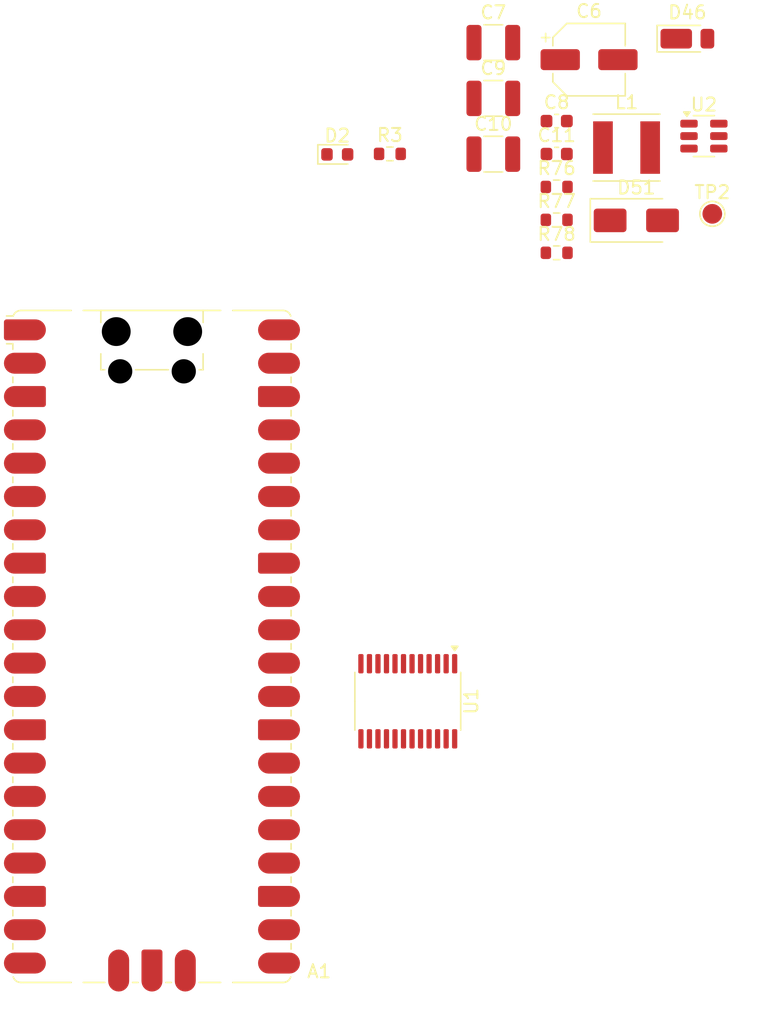
<source format=kicad_pcb>
(kicad_pcb (version 20241229) (generator "pcbnew") (generator_version "9.0")
  (layers (0 "F.Cu" signal) (2 "B.Cu" signal) (13 "F.Paste" user) (15 "B.Paste" user) (5 "F.SilkS" user "F.Silkscreen") (7 "B.SilkS" user "B.Silkscreen") (1 "F.Mask" user) (3 "B.Mask" user) (25 "Edge.Cuts" user))
  (net 0 "")
  (net 4 "GND")
  (net 6 "+3.3V")
  (net 22 "Net-(A1-GPIO20)")
  (net 28 "Net-(A1-GPIO22)")
  (net 32 "Net-(A1-GPIO21)")
  (net 36 "/power supply/+VIN_PROTECTED")
  (net 37 "/power supply/SW")
  (net 38 "Net-(U2-CB)")
  (net 39 "Net-(D2-A)")
  (net 40 "Net-(U2-~{SHDN})")
  (net 41 "Net-(U2-FB)")
  (footprint "TestPoint:TestPoint_Pad_D1.5mm" (layer "F.Cu") (at 138.415 57.235)
    (property "Reference" "TP2" (at 0 -1.648 0) (layer "F.SilkS"))
    (property "Value" "TestPoint")
    (fp_circle (center 0 0) (end 0 0.95) (stroke (width 0.12)) (fill no) (layer "F.SilkS"))
    (pad "1" smd circle (at 0 0) (size 1.5 1.5) (layers "F.Cu" "F.Mask") (net 6 "+3.3V"))
  )
  (footprint "Resistor_SMD:R_0603_1608Metric" (layer "F.Cu") (at 126.545 55.185)
    (property "Reference" "R76" (at 0 -1.43 0) (layer "F.SilkS"))
    (property "Value" "100K")
    (fp_line (start -0.237258 -0.5225) (end 0.237258 -0.5225) (stroke (width 0.12)) (layer "F.SilkS"))
    (fp_line (start -0.237258 0.5225) (end 0.237258 0.5225) (stroke (width 0.12)) (layer "F.SilkS"))
    (pad "1" smd roundrect (at -0.825 0) (size 0.8 0.95) (layers "F.Cu" "F.Mask" "F.Paste") (net 40 "Net-(U2-~{SHDN})"))
    (pad "2" smd roundrect (at 0.825 0) (size 0.8 0.95) (layers "F.Cu" "F.Mask" "F.Paste") (net 36 "/power supply/+VIN_PROTECTED"))
  )
  (footprint "Inductor_SMD:L_Taiyo-Yuden_NR-50xx" (layer "F.Cu") (at 131.875 52.185)
    (property "Reference" "L1" (at 0 -3.45 0) (layer "F.SilkS"))
    (property "Value" "22uH")
    (fp_line (start -2.55 -2.55) (end 2.55 -2.55) (stroke (width 0.12)) (layer "F.SilkS"))
    (fp_line (start -2.55 2.55) (end 2.55 2.55) (stroke (width 0.12)) (layer "F.SilkS"))
    (pad "1" smd rect (at -1.8 0) (size 1.5 4) (layers "F.Cu" "F.Mask" "F.Paste") (net 37 "/power supply/SW"))
    (pad "2" smd rect (at 1.8 0) (size 1.5 4) (layers "F.Cu" "F.Mask" "F.Paste") (net 6 "+3.3V"))
  )
  (footprint "Package_SO:TSSOP-24_4.4x7.8mm_P0.65mm" (layer "F.Cu") (at 115.19 94.3875 -90)
    (property "Reference" "U1" (at 0 -4.85 90) (layer "F.SilkS"))
    (property "Value" "PCA9555PW")
    (fp_line (start 0 4.035) (end -2.2 4.035) (stroke (width 0.12)) (layer "F.SilkS"))
    (fp_line (start 0 4.035) (end 2.2 4.035) (stroke (width 0.12)) (layer "F.SilkS"))
    (fp_line (start 0 -4.035) (end -2.2 -4.035) (stroke (width 0.12)) (layer "F.SilkS"))
    (fp_line (start 0 -4.035) (end 2.2 -4.035) (stroke (width 0.12)) (layer "F.SilkS"))
    (fp_poly (pts (xy -3.86 -3.575) (xy -4.19 -3.815) (xy -4.19 -3.335) (xy -3.86 -3.575)) (stroke (width 0.12)) (fill yes) (layer "F.SilkS"))
    (pad "1" smd roundrect (at -2.8625 -3.575 270) (size 1.475 0.4) (layers "F.Cu" "F.Mask" "F.Paste") (net 28 "Net-(A1-GPIO22)"))
    (pad "2" smd roundrect (at -2.8625 -2.925 270) (size 1.475 0.4) (layers "F.Cu" "F.Mask" "F.Paste") (net 4 "GND"))
    (pad "3" smd roundrect (at -2.8625 -2.275 270) (size 1.475 0.4) (layers "F.Cu" "F.Mask" "F.Paste") (net 4 "GND"))
    (pad "4" smd roundrect (at -2.8625 -1.625 270) (size 1.475 0.4) (layers "F.Cu" "F.Mask" "F.Paste"))
    (pad "5" smd roundrect (at -2.8625 -0.975 270) (size 1.475 0.4) (layers "F.Cu" "F.Mask" "F.Paste"))
    (pad "6" smd roundrect (at -2.8625 -0.325 270) (size 1.475 0.4) (layers "F.Cu" "F.Mask" "F.Paste"))
    (pad "7" smd roundrect (at -2.8625 0.325 270) (size 1.475 0.4) (layers "F.Cu" "F.Mask" "F.Paste"))
    (pad "8" smd roundrect (at -2.8625 0.975 270) (size 1.475 0.4) (layers "F.Cu" "F.Mask" "F.Paste"))
    (pad "9" smd roundrect (at -2.8625 1.625 270) (size 1.475 0.4) (layers "F.Cu" "F.Mask" "F.Paste"))
    (pad "10" smd roundrect (at -2.8625 2.275 270) (size 1.475 0.4) (layers "F.Cu" "F.Mask" "F.Paste"))
    (pad "11" smd roundrect (at -2.8625 2.925 270) (size 1.475 0.4) (layers "F.Cu" "F.Mask" "F.Paste"))
    (pad "12" smd roundrect (at -2.8625 3.575 270) (size 1.475 0.4) (layers "F.Cu" "F.Mask" "F.Paste") (net 4 "GND"))
    (pad "13" smd roundrect (at 2.8625 3.575 270) (size 1.475 0.4) (layers "F.Cu" "F.Mask" "F.Paste"))
    (pad "14" smd roundrect (at 2.8625 2.925 270) (size 1.475 0.4) (layers "F.Cu" "F.Mask" "F.Paste"))
    (pad "15" smd roundrect (at 2.8625 2.275 270) (size 1.475 0.4) (layers "F.Cu" "F.Mask" "F.Paste"))
    (pad "16" smd roundrect (at 2.8625 1.625 270) (size 1.475 0.4) (layers "F.Cu" "F.Mask" "F.Paste"))
    (pad "17" smd roundrect (at 2.8625 0.975 270) (size 1.475 0.4) (layers "F.Cu" "F.Mask" "F.Paste"))
    (pad "18" smd roundrect (at 2.8625 0.325 270) (size 1.475 0.4) (layers "F.Cu" "F.Mask" "F.Paste"))
    (pad "19" smd roundrect (at 2.8625 -0.325 270) (size 1.475 0.4) (layers "F.Cu" "F.Mask" "F.Paste"))
    (pad "20" smd roundrect (at 2.8625 -0.975 270) (size 1.475 0.4) (layers "F.Cu" "F.Mask" "F.Paste"))
    (pad "21" smd roundrect (at 2.8625 -1.625 270) (size 1.475 0.4) (layers "F.Cu" "F.Mask" "F.Paste") (net 4 "GND"))
    (pad "22" smd roundrect (at 2.8625 -2.275 270) (size 1.475 0.4) (layers "F.Cu" "F.Mask" "F.Paste") (net 32 "Net-(A1-GPIO21)"))
    (pad "23" smd roundrect (at 2.8625 -2.925 270) (size 1.475 0.4) (layers "F.Cu" "F.Mask" "F.Paste") (net 22 "Net-(A1-GPIO20)"))
    (pad "24" smd roundrect (at 2.8625 -3.575 270) (size 1.475 0.4) (layers "F.Cu" "F.Mask" "F.Paste") (net 6 "+3.3V"))
  )
  (footprint "Resistor_SMD:R_0603_1608Metric" (layer "F.Cu") (at 113.825 52.665)
    (property "Reference" "R3" (at 0 -1.43 0) (layer "F.SilkS"))
    (property "Value" "470R")
    (fp_line (start -0.237258 -0.5225) (end 0.237258 -0.5225) (stroke (width 0.12)) (layer "F.SilkS"))
    (fp_line (start -0.237258 0.5225) (end 0.237258 0.5225) (stroke (width 0.12)) (layer "F.SilkS"))
    (pad "1" smd roundrect (at -0.825 0) (size 0.8 0.95) (layers "F.Cu" "F.Mask" "F.Paste") (net 39 "Net-(D2-A)"))
    (pad "2" smd roundrect (at 0.825 0) (size 0.8 0.95) (layers "F.Cu" "F.Mask" "F.Paste") (net 6 "+3.3V"))
  )
  (footprint "Capacitor_SMD:C_1210_3225Metric" (layer "F.Cu") (at 121.715 44.185)
    (property "Reference" "C7" (at 0 -2.3 0) (layer "F.SilkS"))
    (property "Value" "2.2u")
    (fp_line (start -0.711252 -1.36) (end 0.711252 -1.36) (stroke (width 0.12)) (layer "F.SilkS"))
    (fp_line (start -0.711252 1.36) (end 0.711252 1.36) (stroke (width 0.12)) (layer "F.SilkS"))
    (pad "1" smd roundrect (at -1.475 0) (size 1.15 2.7) (layers "F.Cu" "F.Mask" "F.Paste") (roundrect_rratio 0.217391) (net 36 "/power supply/+VIN_PROTECTED"))
    (pad "2" smd roundrect (at 1.475 0) (size 1.15 2.7) (layers "F.Cu" "F.Mask" "F.Paste") (roundrect_rratio 0.217391) (net 4 "GND"))
  )
  (footprint "Diode_SMD:D_SMA" (layer "F.Cu") (at 132.62 57.735)
    (property "Reference" "D51" (at 0 -2.5 0) (layer "F.SilkS"))
    (property "Value" "SMAJ40CAe3/TR13")
    (fp_line (start -3.51 -1.65) (end -3.51 1.65) (stroke (width 0.12)) (layer "F.SilkS"))
    (fp_line (start -3.51 -1.65) (end 2 -1.65) (stroke (width 0.12)) (layer "F.SilkS"))
    (fp_line (start -3.51 1.65) (end 2 1.65) (stroke (width 0.12)) (layer "F.SilkS"))
    (pad "1" smd roundrect (at -2 0) (size 2.5 1.8) (layers "F.Cu" "F.Mask" "F.Paste") (roundrect_rratio 0.1388888889) (net 36 "/power supply/+VIN_PROTECTED"))
    (pad "2" smd roundrect (at 2 0) (size 2.5 1.8) (layers "F.Cu" "F.Mask" "F.Paste") (roundrect_rratio 0.1388888889) (net 4 "GND"))
  )
  (footprint "Capacitor_SMD:C_0603_1608Metric" (layer "F.Cu") (at 126.545 52.675)
    (property "Reference" "C11" (at 0 -1.43 0) (layer "F.SilkS"))
    (property "Value" "0.1u")
    (fp_line (start -0.14058 -0.51) (end 0.14058 -0.51) (stroke (width 0.12)) (layer "F.SilkS"))
    (fp_line (start -0.14058 0.51) (end 0.14058 0.51) (stroke (width 0.12)) (layer "F.SilkS"))
    (pad "1" smd roundrect (at -0.775 0) (size 0.9 0.95) (layers "F.Cu" "F.Mask" "F.Paste") (net 6 "+3.3V"))
    (pad "2" smd roundrect (at 0.775 0) (size 0.9 0.95) (layers "F.Cu" "F.Mask" "F.Paste") (net 4 "GND"))
  )
  (footprint "Package_TO_SOT_SMD:SOT-23-6" (layer "F.Cu") (at 137.775 51.31)
    (property "Reference" "U2" (at 0 -2.4 0) (layer "F.SilkS"))
    (property "Value" "LV2862x")
    (fp_line (start 0 -1.56) (end -0.8 -1.56) (stroke (width 0.12)) (layer "F.SilkS"))
    (fp_line (start 0 -1.56) (end 0.8 -1.56) (stroke (width 0.12)) (layer "F.SilkS"))
    (fp_line (start 0 1.56) (end -0.8 1.56) (stroke (width 0.12)) (layer "F.SilkS"))
    (fp_line (start 0 1.56) (end 0.8 1.56) (stroke (width 0.12)) (layer "F.SilkS"))
    (fp_poly (pts (xy -1.3 -1.51) (xy -1.54 -1.84) (xy -1.06 -1.84) (xy -1.3 -1.51)) (stroke (width 0.12)) (fill yes) (layer "F.SilkS"))
    (pad "1" smd roundrect (at -1.1375 -0.95) (size 1.325 0.6) (layers "F.Cu" "F.Mask" "F.Paste") (net 38 "Net-(U2-CB)"))
    (pad "2" smd roundrect (at -1.1375 0) (size 1.325 0.6) (layers "F.Cu" "F.Mask" "F.Paste") (net 4 "GND"))
    (pad "3" smd roundrect (at -1.1375 0.95) (size 1.325 0.6) (layers "F.Cu" "F.Mask" "F.Paste") (net 41 "Net-(U2-FB)"))
    (pad "4" smd roundrect (at 1.1375 0.95) (size 1.325 0.6) (layers "F.Cu" "F.Mask" "F.Paste") (net 40 "Net-(U2-~{SHDN})"))
    (pad "5" smd roundrect (at 1.1375 0) (size 1.325 0.6) (layers "F.Cu" "F.Mask" "F.Paste") (net 36 "/power supply/+VIN_PROTECTED"))
    (pad "6" smd roundrect (at 1.1375 -0.95) (size 1.325 0.6) (layers "F.Cu" "F.Mask" "F.Paste") (net 37 "/power supply/SW"))
  )
  (footprint "Resistor_SMD:R_0603_1608Metric" (layer "F.Cu") (at 126.545 60.205)
    (property "Reference" "R78" (at 0 -1.43 0) (layer "F.SilkS"))
    (property "Value" "10K")
    (fp_line (start -0.237258 -0.5225) (end 0.237258 -0.5225) (stroke (width 0.12)) (layer "F.SilkS"))
    (fp_line (start -0.237258 0.5225) (end 0.237258 0.5225) (stroke (width 0.12)) (layer "F.SilkS"))
    (pad "1" smd roundrect (at -0.825 0) (size 0.8 0.95) (layers "F.Cu" "F.Mask" "F.Paste") (net 4 "GND"))
    (pad "2" smd roundrect (at 0.825 0) (size 0.8 0.95) (layers "F.Cu" "F.Mask" "F.Paste") (net 41 "Net-(U2-FB)"))
  )
  (footprint "Capacitor_SMD:CP_Elec_5x5.3" (layer "F.Cu") (at 129.015 45.485)
    (property "Reference" "C6" (at 0 -3.7 0) (layer "F.SilkS"))
    (property "Value" "10u")
    (fp_line (start -3.625 -1.685) (end -3 -1.685) (stroke (width 0.12)) (layer "F.SilkS"))
    (fp_line (start -3.3125 -1.9975) (end -3.3125 -1.3725) (stroke (width 0.12)) (layer "F.SilkS"))
    (fp_line (start -2.76 -1.695563) (end -2.76 -1.06) (stroke (width 0.12)) (layer "F.SilkS"))
    (fp_line (start -2.76 -1.695563) (end -1.695563 -2.76) (stroke (width 0.12)) (layer "F.SilkS"))
    (fp_line (start -2.76 1.695563) (end -2.76 1.06) (stroke (width 0.12)) (layer "F.SilkS"))
    (fp_line (start -2.76 1.695563) (end -1.695563 2.76) (stroke (width 0.12)) (layer "F.SilkS"))
    (fp_line (start -1.695563 -2.76) (end 2.76 -2.76) (stroke (width 0.12)) (layer "F.SilkS"))
    (fp_line (start -1.695563 2.76) (end 2.76 2.76) (stroke (width 0.12)) (layer "F.SilkS"))
    (fp_line (start 2.76 -2.76) (end 2.76 -1.06) (stroke (width 0.12)) (layer "F.SilkS"))
    (fp_line (start 2.76 2.76) (end 2.76 1.06) (stroke (width 0.12)) (layer "F.SilkS"))
    (pad "1" smd roundrect (at -2.2 0) (size 3 1.6) (layers "F.Cu" "F.Mask" "F.Paste") (roundrect_rratio 0.15625) (net 36 "/power supply/+VIN_PROTECTED"))
    (pad "2" smd roundrect (at 2.2 0) (size 3 1.6) (layers "F.Cu" "F.Mask" "F.Paste") (roundrect_rratio 0.15625) (net 4 "GND"))
  )
  (footprint "LED_SMD:LED_0603_1608Metric" (layer "F.Cu") (at 109.815 52.705)
    (property "Reference" "D2" (at 0 -1.43 0) (layer "F.SilkS"))
    (property "Value" "LED_Small_Filled")
    (fp_line (start -1.485 -0.735) (end -1.485 0.735) (stroke (width 0.12)) (layer "F.SilkS"))
    (fp_line (start -1.485 0.735) (end 0.8 0.735) (stroke (width 0.12)) (layer "F.SilkS"))
    (fp_line (start 0.8 -0.735) (end -1.485 -0.735) (stroke (width 0.12)) (layer "F.SilkS"))
    (pad "1" smd roundrect (at -0.7875 0) (size 0.875 0.95) (layers "F.Cu" "F.Mask" "F.Paste") (net 4 "GND"))
    (pad "2" smd roundrect (at 0.7875 0) (size 0.875 0.95) (layers "F.Cu" "F.Mask" "F.Paste") (net 39 "Net-(D2-A)"))
  )
  (footprint "Resistor_SMD:R_0603_1608Metric" (layer "F.Cu") (at 126.545 57.695)
    (property "Reference" "R77" (at 0 -1.43 0) (layer "F.SilkS"))
    (property "Value" "33K")
    (fp_line (start -0.237258 -0.5225) (end 0.237258 -0.5225) (stroke (width 0.12)) (layer "F.SilkS"))
    (fp_line (start -0.237258 0.5225) (end 0.237258 0.5225) (stroke (width 0.12)) (layer "F.SilkS"))
    (pad "1" smd roundrect (at -0.825 0) (size 0.8 0.95) (layers "F.Cu" "F.Mask" "F.Paste") (net 41 "Net-(U2-FB)"))
    (pad "2" smd roundrect (at 0.825 0) (size 0.8 0.95) (layers "F.Cu" "F.Mask" "F.Paste") (net 6 "+3.3V"))
  )
  (footprint "Module:RaspberryPi_Pico_SMD_HandSolder" (layer "F.Cu") (at 95.68 90.21)
    (property "Reference" "A1" (at 11.7475 24.765 0) (layer "F.SilkS") (effects (justify left)))
    (property "Value" "RaspberryPi_Pico")
    (fp_line (start -10.61 -23.07) (end -11.09 -23.07) (stroke (width 0.12)) (layer "F.SilkS"))
    (fp_line (start -10.61 -23.07) (end -10.61 -22.65) (stroke (width 0.12)) (layer "F.SilkS"))
    (fp_line (start -10.61 -20.53) (end -10.61 -20.11) (stroke (width 0.12)) (layer "F.SilkS"))
    (fp_line (start -10.61 -17.99) (end -10.61 -17.57) (stroke (width 0.12)) (layer "F.SilkS"))
    (fp_line (start -10.61 -15.45) (end -10.61 -15.03) (stroke (width 0.12)) (layer "F.SilkS"))
    (fp_line (start -10.61 -12.91) (end -10.61 -12.49) (stroke (width 0.12)) (layer "F.SilkS"))
    (fp_line (start -10.61 -10.37) (end -10.61 -9.95) (stroke (width 0.12)) (layer "F.SilkS"))
    (fp_line (start -10.61 -7.83) (end -10.61 -7.41) (stroke (width 0.12)) (layer "F.SilkS"))
    (fp_line (start -10.61 -5.29) (end -10.61 -4.87) (stroke (width 0.12)) (layer "F.SilkS"))
    (fp_line (start -10.61 -2.75) (end -10.61 -2.33) (stroke (width 0.12)) (layer "F.SilkS"))
    (fp_line (start -10.61 -0.21) (end -10.61 0.21) (stroke (width 0.12)) (layer "F.SilkS"))
    (fp_line (start -10.61 2.33) (end -10.61 2.75) (stroke (width 0.12)) (layer "F.SilkS"))
    (fp_line (start -10.61 4.87) (end -10.61 5.29) (stroke (width 0.12)) (layer "F.SilkS"))
    (fp_line (start -10.61 7.41) (end -10.61 7.83) (stroke (width 0.12)) (layer "F.SilkS"))
    (fp_line (start -10.61 9.95) (end -10.61 10.37) (stroke (width 0.12)) (layer "F.SilkS"))
    (fp_line (start -10.61 12.49) (end -10.61 12.91) (stroke (width 0.12)) (layer "F.SilkS"))
    (fp_line (start -10.61 15.03) (end -10.61 15.45) (stroke (width 0.12)) (layer "F.SilkS"))
    (fp_line (start -10.61 17.57) (end -10.61 17.99) (stroke (width 0.12)) (layer "F.SilkS"))
    (fp_line (start -10.61 20.11) (end -10.61 20.53) (stroke (width 0.12)) (layer "F.SilkS"))
    (fp_line (start -10.61 22.65) (end -10.61 23.07) (stroke (width 0.12)) (layer "F.SilkS"))
    (fp_line (start -10.579676 -25.19) (end -11.09 -25.19) (stroke (width 0.12)) (layer "F.SilkS"))
    (fp_line (start -10 -25.61) (end -7.51 -25.61) (stroke (width 0.12)) (layer "F.SilkS"))
    (fp_line (start -10 25.61) (end -6.162061 25.61) (stroke (width 0.12)) (layer "F.SilkS"))
    (fp_line (start -7.51 -25.61) (end -6.16206 -25.61) (stroke (width 0.12)) (layer "F.SilkS"))
    (fp_line (start -5.237939 -25.61) (end -4.235 -25.61) (stroke (width 0.12)) (layer "F.SilkS"))
    (fp_line (start -4.235 -25.61) (end 4.235 -25.61) (stroke (width 0.12)) (layer "F.SilkS"))
    (fp_line (start -3.9 -25.61) (end -3.9 -24.694) (stroke (width 0.12)) (layer "F.SilkS"))
    (fp_line (start -3.9 -22.306) (end -3.9 -21.09) (stroke (width 0.12)) (layer "F.SilkS"))
    (fp_line (start -3.9 -21.09) (end -3.60391 -21.09) (stroke (width 0.12)) (layer "F.SilkS"))
    (fp_line (start -3.6 25.61) (end -5.237939 25.61) (stroke (width 0.12)) (layer "F.SilkS"))
    (fp_line (start -1.48 25.61) (end -1.06 25.61) (stroke (width 0.12)) (layer "F.SilkS"))
    (fp_line (start -1.24609 -21.09) (end 1.24609 -21.09) (stroke (width 0.12)) (layer "F.SilkS"))
    (fp_line (start 1.06 25.61) (end 1.48 25.61) (stroke (width 0.12)) (layer "F.SilkS"))
    (fp_line (start 3.60391 -21.09) (end 3.9 -21.09) (stroke (width 0.12)) (layer "F.SilkS"))
    (fp_line (start 3.9 -25.61) (end 3.9 -24.694) (stroke (width 0.12)) (layer "F.SilkS"))
    (fp_line (start 3.9 -22.306) (end 3.9 -21.09) (stroke (width 0.12)) (layer "F.SilkS"))
    (fp_line (start 4.235 -25.61) (end 5.237939 -25.61) (stroke (width 0.12)) (layer "F.SilkS"))
    (fp_line (start 5.237939 25.61) (end 3.6 25.61) (stroke (width 0.12)) (layer "F.SilkS"))
    (fp_line (start 6.162061 -25.61) (end 7.51 -25.61) (stroke (width 0.12)) (layer "F.SilkS"))
    (fp_line (start 6.162061 25.61) (end 10 25.61) (stroke (width 0.12)) (layer "F.SilkS"))
    (fp_line (start 10 -25.61) (end 7.51 -25.61) (stroke (width 0.12)) (layer "F.SilkS"))
    (fp_line (start 10.61 -23.07) (end 10.61 -22.65) (stroke (width 0.12)) (layer "F.SilkS"))
    (fp_line (start 10.61 -20.53) (end 10.61 -20.11) (stroke (width 0.12)) (layer "F.SilkS"))
    (fp_line (start 10.61 -17.99) (end 10.61 -17.57) (stroke (width 0.12)) (layer "F.SilkS"))
    (fp_line (start 10.61 -15.45) (end 10.61 -15.03) (stroke (width 0.12)) (layer "F.SilkS"))
    (fp_line (start 10.61 -12.91) (end 10.61 -12.49) (stroke (width 0.12)) (layer "F.SilkS"))
    (fp_line (start 10.61 -10.37) (end 10.61 -9.95) (stroke (width 0.12)) (layer "F.SilkS"))
    (fp_line (start 10.61 -7.83) (end 10.61 -7.41) (stroke (width 0.12)) (layer "F.SilkS"))
    (fp_line (start 10.61 -5.29) (end 10.61 -4.87) (stroke (width 0.12)) (layer "F.SilkS"))
    (fp_line (start 10.61 -2.75) (end 10.61 -2.33) (stroke (width 0.12)) (layer "F.SilkS"))
    (fp_line (start 10.61 -0.21) (end 10.61 0.21) (stroke (width 0.12)) (layer "F.SilkS"))
    (fp_line (start 10.61 2.33) (end 10.61 2.75) (stroke (width 0.12)) (layer "F.SilkS"))
    (fp_line (start 10.61 4.87) (end 10.61 5.29) (stroke (width 0.12)) (layer "F.SilkS"))
    (fp_line (start 10.61 7.41) (end 10.61 7.83) (stroke (width 0.12)) (layer "F.SilkS"))
    (fp_line (start 10.61 9.95) (end 10.61 10.37) (stroke (width 0.12)) (layer "F.SilkS"))
    (fp_line (start 10.61 12.49) (end 10.61 12.91) (stroke (width 0.12)) (layer "F.SilkS"))
    (fp_line (start 10.61 15.03) (end 10.61 15.45) (stroke (width 0.12)) (layer "F.SilkS"))
    (fp_line (start 10.61 17.57) (end 10.61 17.99) (stroke (width 0.12)) (layer "F.SilkS"))
    (fp_line (start 10.61 20.11) (end 10.61 20.53) (stroke (width 0.12)) (layer "F.SilkS"))
    (fp_line (start 10.61 22.65) (end 10.61 23.07) (stroke (width 0.12)) (layer "F.SilkS"))
    (fp_arc (start -10.579676 -25.19) (mid -10.357938 -25.493944) (end -10 -25.61) (stroke (width 0.12)) (layer "F.SilkS"))
    (fp_arc (start -10 25.61) (mid -10.357937 25.493944) (end -10.579676 25.189937) (stroke (width 0.12)) (layer "F.SilkS"))
    (fp_arc (start 10 -25.61) (mid 10.357937 -25.493944) (end 10.579676 -25.189937) (stroke (width 0.12)) (layer "F.SilkS"))
    (fp_arc (start 10.579676 25.189937) (mid 10.357958 25.493991) (end 10 25.61) (stroke (width 0.12)) (layer "F.SilkS"))
    (pad "" smd rect (at -8.89 -24.13) (size 3.8 2.2) (drill (offset -0.8 0)) (layers "F.Paste"))
    (pad "" smd rect (at -8.89 -21.59) (size 3.8 2.2) (drill (offset -0.8 0)) (layers "F.Paste"))
    (pad "" smd rect (at -8.89 -19.05) (size 3.8 2.2) (drill (offset -0.8 0)) (layers "F.Paste"))
    (pad "" smd rect (at -8.89 -16.51) (size 3.8 2.2) (drill (offset -0.8 0)) (layers "F.Paste"))
    (pad "" smd rect (at -8.89 -13.97) (size 3.8 2.2) (drill (offset -0.8 0)) (layers "F.Paste"))
    (pad "" smd rect (at -8.89 -11.43) (size 3.8 2.2) (drill (offset -0.8 0)) (layers "F.Paste"))
    (pad "" smd rect (at -8.89 -8.89) (size 3.8 2.2) (drill (offset -0.8 0)) (layers "F.Paste"))
    (pad "" smd rect (at -8.89 -6.35) (size 3.8 2.2) (drill (offset -0.8 0)) (layers "F.Paste"))
    (pad "" smd rect (at -8.89 -3.81) (size 3.8 2.2) (drill (offset -0.8 0)) (layers "F.Paste"))
    (pad "" smd rect (at -8.89 -1.27) (size 3.8 2.2) (drill (offset -0.8 0)) (layers "F.Paste"))
    (pad "" smd rect (at -8.89 1.27) (size 3.8 2.2) (drill (offset -0.8 0)) (layers "F.Paste"))
    (pad "" smd rect (at -8.89 3.81) (size 3.8 2.2) (drill (offset -0.8 0)) (layers "F.Paste"))
    (pad "" smd rect (at -8.89 6.35) (size 3.8 2.2) (drill (offset -0.8 0)) (layers "F.Paste"))
    (pad "" smd rect (at -8.89 8.89) (size 3.8 2.2) (drill (offset -0.8 0)) (layers "F.Paste"))
    (pad "" smd rect (at -8.89 11.43) (size 3.8 2.2) (drill (offset -0.8 0)) (layers "F.Paste"))
    (pad "" smd rect (at -8.89 13.97) (size 3.8 2.2) (drill (offset -0.8 0)) (layers "F.Paste"))
    (pad "" smd rect (at -8.89 16.51) (size 3.8 2.2) (drill (offset -0.8 0)) (layers "F.Paste"))
    (pad "" smd rect (at -8.89 19.05) (size 3.8 2.2) (drill (offset -0.8 0)) (layers "F.Paste"))
    (pad "" smd rect (at -8.89 21.59) (size 3.8 2.2) (drill (offset -0.8 0)) (layers "F.Paste"))
    (pad "" smd rect (at -8.89 24.13) (size 3.8 2.2) (drill (offset -0.8 0)) (layers "F.Paste"))
    (pad "" np_thru_hole circle (at -2.725 -24) (size 2.2 2.2) (drill 2.2) (layers "*.Mask"))
    (pad "" smd rect (at -2.54 23.9) (size 2.2 3.8) (drill (offset 0 0.8)) (layers "F.Paste"))
    (pad "" np_thru_hole circle (at -2.425 -20.97) (size 1.85 1.85) (drill 1.85) (layers "*.Mask"))
    (pad "" smd rect (at 0 23.9) (size 2.2 3.8) (drill (offset 0 0.8)) (layers "F.Paste"))
    (pad "" np_thru_hole circle (at 2.425 -20.97) (size 1.85 1.85) (drill 1.85) (layers "*.Mask"))
    (pad "" smd rect (at 2.54 23.9) (size 2.2 3.8) (drill (offset 0 0.8)) (layers "F.Paste"))
    (pad "" np_thru_hole circle (at 2.725 -24) (size 2.2 2.2) (drill 2.2) (layers "*.Mask"))
    (pad "" smd rect (at 8.89 -24.13) (size 3.8 2.2) (drill (offset 0.8 0)) (layers "F.Paste"))
    (pad "" smd rect (at 8.89 -21.59) (size 3.8 2.2) (drill (offset 0.8 0)) (layers "F.Paste"))
    (pad "" smd rect (at 8.89 -19.05) (size 3.8 2.2) (drill (offset 0.8 0)) (layers "F.Paste"))
    (pad "" smd rect (at 8.89 -16.51) (size 3.8 2.2) (drill (offset 0.8 0)) (layers "F.Paste"))
    (pad "" smd rect (at 8.89 -13.97) (size 3.8 2.2) (drill (offset 0.8 0)) (layers "F.Paste"))
    (pad "" smd rect (at 8.89 -11.43) (size 3.8 2.2) (drill (offset 0.8 0)) (layers "F.Paste"))
    (pad "" smd rect (at 8.89 -8.89) (size 3.8 2.2) (drill (offset 0.8 0)) (layers "F.Paste"))
    (pad "" smd rect (at 8.89 -6.35) (size 3.8 2.2) (drill (offset 0.8 0)) (layers "F.Paste"))
    (pad "" smd rect (at 8.89 -3.81) (size 3.8 2.2) (drill (offset 0.8 0)) (layers "F.Paste"))
    (pad "" smd rect (at 8.89 -1.27) (size 3.8 2.2) (drill (offset 0.8 0)) (layers "F.Paste"))
    (pad "" smd rect (at 8.89 1.27) (size 3.8 2.2) (drill (offset 0.8 0)) (layers "F.Paste"))
    (pad "" smd rect (at 8.89 3.81) (size 3.8 2.2) (drill (offset 0.8 0)) (layers "F.Paste"))
    (pad "" smd rect (at 8.89 6.35) (size 3.8 2.2) (drill (offset 0.8 0)) (layers "F.Paste"))
    (pad "" smd rect (at 8.89 8.89) (size 3.8 2.2) (drill (offset 0.8 0)) (layers "F.Paste"))
    (pad "" smd rect (at 8.89 11.43) (size 3.8 2.2) (drill (offset 0.8 0)) (layers "F.Paste"))
    (pad "" smd rect (at 8.89 13.97) (size 3.8 2.2) (drill (offset 0.8 0)) (layers "F.Paste"))
    (pad "" smd rect (at 8.89 16.51) (size 3.8 2.2) (drill (offset 0.8 0)) (layers "F.Paste"))
    (pad "" smd rect (at 8.89 19.05) (size 3.8 2.2) (drill (offset 0.8 0)) (layers "F.Paste"))
    (pad "" smd rect (at 8.89 21.59) (size 3.8 2.2) (drill (offset 0.8 0)) (layers "F.Paste"))
    (pad "" smd rect (at 8.89 24.13) (size 3.8 2.2) (drill (offset 0.8 0)) (layers "F.Paste"))
    (pad "1" smd custom (at -9.69 -24.13) (size 1.6 0.8) (layers "F.Cu" "F.Mask") (options (clearance outline) (anchor rect)) (primitives (gr_circle (center 0.8 0) (end 1.6 0) (width 0) (fill yes)) (gr_poly (pts (xy -1.6 -0.6) (xy -1.6 0.6) (xy -1.4 0.8) (xy 0.8 0.8) (xy 0.8 -0.8) (xy -1.4 -0.8)) (width 0) (fill yes)) (gr_circle (center -1.4 -0.6) (end -1.2 -0.6) (width 0) (fill yes)) (gr_circle (center -1.4 0.6) (end -1.2 0.6) (width 0) (fill yes))))
    (pad "2" smd roundrect (at -9.69 -21.59) (size 3.2 1.6) (layers "F.Cu" "F.Mask") (roundrect_rratio 0.5))
    (pad "3" smd custom (at -9.69 -19.05) (size 1.6 0.8) (layers "F.Cu" "F.Mask") (net 4 "GND") (options (clearance outline) (anchor rect)) (primitives (gr_circle (center -0.8 0) (end 0 0) (width 0) (fill yes)) (gr_poly (pts (xy 1.6 -0.6) (xy 1.6 0.6) (xy 1.4 0.8) (xy -0.8 0.8) (xy -0.8 -0.8) (xy 1.4 -0.8)) (width 0) (fill yes)) (gr_circle (center 1.4 -0.6) (end 1.6 -0.6) (width 0) (fill yes)) (gr_circle (center 1.4 0.6) (end 1.6 0.6) (width 0) (fill yes))))
    (pad "4" smd roundrect (at -9.69 -16.51) (size 3.2 1.6) (layers "F.Cu" "F.Mask") (roundrect_rratio 0.5))
    (pad "5" smd roundrect (at -9.69 -13.97) (size 3.2 1.6) (layers "F.Cu" "F.Mask") (roundrect_rratio 0.5))
    (pad "6" smd roundrect (at -9.69 -11.43) (size 3.2 1.6) (layers "F.Cu" "F.Mask") (roundrect_rratio 0.5))
    (pad "7" smd roundrect (at -9.69 -8.89) (size 3.2 1.6) (layers "F.Cu" "F.Mask") (roundrect_rratio 0.5))
    (pad "8" smd custom (at -9.69 -6.35) (size 1.6 0.8) (layers "F.Cu" "F.Mask") (net 4 "GND") (options (clearance outline) (anchor rect)) (primitives (gr_circle (center -0.8 0) (end 0 0) (width 0) (fill yes)) (gr_poly (pts (xy 1.6 -0.6) (xy 1.6 0.6) (xy 1.4 0.8) (xy -0.8 0.8) (xy -0.8 -0.8) (xy 1.4 -0.8)) (width 0) (fill yes)) (gr_circle (center 1.4 -0.6) (end 1.6 -0.6) (width 0) (fill yes)) (gr_circle (center 1.4 0.6) (end 1.6 0.6) (width 0) (fill yes))))
    (pad "9" smd roundrect (at -9.69 -3.81) (size 3.2 1.6) (layers "F.Cu" "F.Mask") (roundrect_rratio 0.5))
    (pad "10" smd roundrect (at -9.69 -1.27) (size 3.2 1.6) (layers "F.Cu" "F.Mask") (roundrect_rratio 0.5))
    (pad "11" smd roundrect (at -9.69 1.27) (size 3.2 1.6) (layers "F.Cu" "F.Mask") (roundrect_rratio 0.5))
    (pad "12" smd roundrect (at -9.69 3.81) (size 3.2 1.6) (layers "F.Cu" "F.Mask") (roundrect_rratio 0.5))
    (pad "13" smd custom (at -9.69 6.35) (size 1.6 0.8) (layers "F.Cu" "F.Mask") (net 4 "GND") (options (clearance outline) (anchor rect)) (primitives (gr_circle (center -0.8 0) (end 0 0) (width 0) (fill yes)) (gr_poly (pts (xy 1.6 -0.6) (xy 1.6 0.6) (xy 1.4 0.8) (xy -0.8 0.8) (xy -0.8 -0.8) (xy 1.4 -0.8)) (width 0) (fill yes)) (gr_circle (center 1.4 -0.6) (end 1.6 -0.6) (width 0) (fill yes)) (gr_circle (center 1.4 0.6) (end 1.6 0.6) (width 0) (fill yes))))
    (pad "14" smd roundrect (at -9.69 8.89) (size 3.2 1.6) (layers "F.Cu" "F.Mask") (roundrect_rratio 0.5))
    (pad "15" smd roundrect (at -9.69 11.43) (size 3.2 1.6) (layers "F.Cu" "F.Mask") (roundrect_rratio 0.5))
    (pad "16" smd roundrect (at -9.69 13.97) (size 3.2 1.6) (layers "F.Cu" "F.Mask") (roundrect_rratio 0.5))
    (pad "17" smd roundrect (at -9.69 16.51) (size 3.2 1.6) (layers "F.Cu" "F.Mask") (roundrect_rratio 0.5))
    (pad "18" smd custom (at -9.69 19.05) (size 1.6 0.8) (layers "F.Cu" "F.Mask") (net 4 "GND") (options (clearance outline) (anchor rect)) (primitives (gr_circle (center -0.8 0) (end 0 0) (width 0) (fill yes)) (gr_poly (pts (xy 1.6 -0.6) (xy 1.6 0.6) (xy 1.4 0.8) (xy -0.8 0.8) (xy -0.8 -0.8) (xy 1.4 -0.8)) (width 0) (fill yes)) (gr_circle (center 1.4 -0.6) (end 1.6 -0.6) (width 0) (fill yes)) (gr_circle (center 1.4 0.6) (end 1.6 0.6) (width 0) (fill yes))))
    (pad "19" smd roundrect (at -9.69 21.59) (size 3.2 1.6) (layers "F.Cu" "F.Mask") (roundrect_rratio 0.5))
    (pad "20" smd roundrect (at -9.69 24.13) (size 3.2 1.6) (layers "F.Cu" "F.Mask") (roundrect_rratio 0.5))
    (pad "21" smd roundrect (at 9.69 24.13) (size 3.2 1.6) (layers "F.Cu" "F.Mask") (roundrect_rratio 0.5))
    (pad "22" smd roundrect (at 9.69 21.59) (size 3.2 1.6) (layers "F.Cu" "F.Mask") (roundrect_rratio 0.5))
    (pad "23" smd custom (at 9.69 19.05) (size 1.6 0.8) (layers "F.Cu" "F.Mask") (net 4 "GND") (options (clearance outline) (anchor rect)) (primitives (gr_circle (center 0.8 0) (end 1.6 0) (width 0) (fill yes)) (gr_poly (pts (xy -1.6 -0.6) (xy -1.6 0.6) (xy -1.4 0.8) (xy 0.8 0.8) (xy 0.8 -0.8) (xy -1.4 -0.8)) (width 0) (fill yes)) (gr_circle (center -1.4 -0.6) (end -1.2 -0.6) (width 0) (fill yes)) (gr_circle (center -1.4 0.6) (end -1.2 0.6) (width 0) (fill yes))))
    (pad "24" smd roundrect (at 9.69 16.51) (size 3.2 1.6) (layers "F.Cu" "F.Mask") (roundrect_rratio 0.5))
    (pad "25" smd roundrect (at 9.69 13.97) (size 3.2 1.6) (layers "F.Cu" "F.Mask") (roundrect_rratio 0.5))
    (pad "26" smd roundrect (at 9.69 11.43) (size 3.2 1.6) (layers "F.Cu" "F.Mask") (roundrect_rratio 0.5) (net 22 "Net-(A1-GPIO20)"))
    (pad "27" smd roundrect (at 9.69 8.89) (size 3.2 1.6) (layers "F.Cu" "F.Mask") (roundrect_rratio 0.5) (net 32 "Net-(A1-GPIO21)"))
    (pad "28" smd custom (at 9.69 6.35) (size 1.6 0.8) (layers "F.Cu" "F.Mask") (net 4 "GND") (options (clearance outline) (anchor rect)) (primitives (gr_circle (center 0.8 0) (end 1.6 0) (width 0) (fill yes)) (gr_poly (pts (xy -1.6 -0.6) (xy -1.6 0.6) (xy -1.4 0.8) (xy 0.8 0.8) (xy 0.8 -0.8) (xy -1.4 -0.8)) (width 0) (fill yes)) (gr_circle (center -1.4 -0.6) (end -1.2 -0.6) (width 0) (fill yes)) (gr_circle (center -1.4 0.6) (end -1.2 0.6) (width 0) (fill yes))))
    (pad "29" smd roundrect (at 9.69 3.81) (size 3.2 1.6) (layers "F.Cu" "F.Mask") (roundrect_rratio 0.5) (net 28 "Net-(A1-GPIO22)"))
    (pad "30" smd roundrect (at 9.69 1.27) (size 3.2 1.6) (layers "F.Cu" "F.Mask") (roundrect_rratio 0.5))
    (pad "31" smd roundrect (at 9.69 -1.27) (size 3.2 1.6) (layers "F.Cu" "F.Mask") (roundrect_rratio 0.5))
    (pad "32" smd roundrect (at 9.69 -3.81) (size 3.2 1.6) (layers "F.Cu" "F.Mask") (roundrect_rratio 0.5))
    (pad "33" smd custom (at 9.69 -6.35) (size 1.6 0.8) (layers "F.Cu" "F.Mask") (net 4 "GND") (options (clearance outline) (anchor rect)) (primitives (gr_circle (center 0.8 0) (end 1.6 0) (width 0) (fill yes)) (gr_poly (pts (xy -1.6 -0.6) (xy -1.6 0.6) (xy -1.4 0.8) (xy 0.8 0.8) (xy 0.8 -0.8) (xy -1.4 -0.8)) (width 0) (fill yes)) (gr_circle (center -1.4 -0.6) (end -1.2 -0.6) (width 0) (fill yes)) (gr_circle (center -1.4 0.6) (end -1.2 0.6) (width 0) (fill yes))))
    (pad "34" smd roundrect (at 9.69 -8.89) (size 3.2 1.6) (layers "F.Cu" "F.Mask") (roundrect_rratio 0.5))
    (pad "35" smd roundrect (at 9.69 -11.43) (size 3.2 1.6) (layers "F.Cu" "F.Mask") (roundrect_rratio 0.5))
    (pad "36" smd roundrect (at 9.69 -13.97) (size 3.2 1.6) (layers "F.Cu" "F.Mask") (roundrect_rratio 0.5))
    (pad "37" smd roundrect (at 9.69 -16.51) (size 3.2 1.6) (layers "F.Cu" "F.Mask") (roundrect_rratio 0.5))
    (pad "38" smd custom (at 9.69 -19.05) (size 1.6 0.8) (layers "F.Cu" "F.Mask") (net 4 "GND") (options (clearance outline) (anchor rect)) (primitives (gr_circle (center 0.8 0) (end 1.6 0) (width 0) (fill yes)) (gr_poly (pts (xy -1.6 -0.6) (xy -1.6 0.6) (xy -1.4 0.8) (xy 0.8 0.8) (xy 0.8 -0.8) (xy -1.4 -0.8)) (width 0) (fill yes)) (gr_circle (center -1.4 -0.6) (end -1.2 -0.6) (width 0) (fill yes)) (gr_circle (center -1.4 0.6) (end -1.2 0.6) (width 0) (fill yes))))
    (pad "39" smd roundrect (at 9.69 -21.59) (size 3.2 1.6) (layers "F.Cu" "F.Mask") (roundrect_rratio 0.5) (net 6 "+3.3V"))
    (pad "40" smd roundrect (at 9.69 -24.13) (size 3.2 1.6) (layers "F.Cu" "F.Mask") (roundrect_rratio 0.5))
    (pad "D1" smd roundrect (at -2.54 23.9 90) (size 3.2 1.6) (drill (offset -0.8 0)) (layers "F.Cu" "F.Mask") (roundrect_rratio 0.5))
    (pad "D2" smd custom (at 0 23.9 270) (size 1.6 1.6) (layers "F.Cu" "F.Mask") (net 4 "GND") (options (clearance outline) (anchor circle)) (primitives (gr_poly (pts (xy -0.8 -0.6) (xy -0.8 0.6) (xy -0.6 0.8) (xy 1.6 0.8) (xy 1.6 -0.8) (xy -0.6 -0.8)) (width 0) (fill yes)) (gr_circle (center -0.6 0.6) (end -0.4 0.6) (width 0) (fill yes)) (gr_circle (center -0.6 -0.6) (end -0.4 -0.6) (width 0) (fill yes)) (gr_circle (center 1.6 0) (end 2.4 0) (width 0) (fill yes))))
    (pad "D3" smd roundrect (at 2.54 23.9 90) (size 3.2 1.6) (drill (offset -0.8 0)) (layers "F.Cu" "F.Mask") (roundrect_rratio 0.5))
  )
  (footprint "Diode_SMD:D_PowerDI-123" (layer "F.Cu") (at 136.515 43.885)
    (property "Reference" "D46" (at 0 -2 0) (layer "F.SilkS"))
    (property "Value" "SBR3U60P1Q-7")
    (fp_line (start -2.31 1.01) (end -2.31 -1.01) (stroke (width 0.12)) (layer "F.SilkS"))
    (fp_line (start -2.31 1.01) (end 1 1.01) (stroke (width 0.12)) (layer "F.SilkS"))
    (fp_line (start 1 -1.01) (end -2.31 -1.01) (stroke (width 0.12)) (layer "F.SilkS"))
    (pad "1" smd roundrect (at -0.85 0 180) (size 2.4 1.5) (layers "F.Cu" "F.Mask" "F.Paste") (roundrect_rratio 0.1666666667) (net 37 "/power supply/SW"))
    (pad "2" smd roundrect (at 1.525 0 180) (size 1.05 1.5) (layers "F.Cu" "F.Mask" "F.Paste") (roundrect_rratio 0.2380952381) (net 4 "GND"))
  )
  (footprint "Capacitor_SMD:C_1210_3225Metric" (layer "F.Cu") (at 121.715 52.685)
    (property "Reference" "C10" (at 0 -2.3 0) (layer "F.SilkS"))
    (property "Value" "22u")
    (fp_line (start -0.711252 -1.36) (end 0.711252 -1.36) (stroke (width 0.12)) (layer "F.SilkS"))
    (fp_line (start -0.711252 1.36) (end 0.711252 1.36) (stroke (width 0.12)) (layer "F.SilkS"))
    (pad "1" smd roundrect (at -1.475 0) (size 1.15 2.7) (layers "F.Cu" "F.Mask" "F.Paste") (roundrect_rratio 0.217391) (net 6 "+3.3V"))
    (pad "2" smd roundrect (at 1.475 0) (size 1.15 2.7) (layers "F.Cu" "F.Mask" "F.Paste") (roundrect_rratio 0.217391) (net 4 "GND"))
  )
  (footprint "Capacitor_SMD:C_1210_3225Metric" (layer "F.Cu") (at 121.715 48.435)
    (property "Reference" "C9" (at 0 -2.3 0) (layer "F.SilkS"))
    (property "Value" "22u")
    (fp_line (start -0.711252 -1.36) (end 0.711252 -1.36) (stroke (width 0.12)) (layer "F.SilkS"))
    (fp_line (start -0.711252 1.36) (end 0.711252 1.36) (stroke (width 0.12)) (layer "F.SilkS"))
    (pad "1" smd roundrect (at -1.475 0) (size 1.15 2.7) (layers "F.Cu" "F.Mask" "F.Paste") (roundrect_rratio 0.217391) (net 6 "+3.3V"))
    (pad "2" smd roundrect (at 1.475 0) (size 1.15 2.7) (layers "F.Cu" "F.Mask" "F.Paste") (roundrect_rratio 0.217391) (net 4 "GND"))
  )
  (footprint "Capacitor_SMD:C_0603_1608Metric" (layer "F.Cu") (at 126.545 50.165)
    (property "Reference" "C8" (at 0 -1.43 0) (layer "F.SilkS"))
    (property "Value" "0.1u")
    (fp_line (start -0.14058 -0.51) (end 0.14058 -0.51) (stroke (width 0.12)) (layer "F.SilkS"))
    (fp_line (start -0.14058 0.51) (end 0.14058 0.51) (stroke (width 0.12)) (layer "F.SilkS"))
    (pad "1" smd roundrect (at -0.775 0) (size 0.9 0.95) (layers "F.Cu" "F.Mask" "F.Paste") (net 38 "Net-(U2-CB)"))
    (pad "2" smd roundrect (at 0.775 0) (size 0.9 0.95) (layers "F.Cu" "F.Mask" "F.Paste") (net 37 "/power supply/SW"))
  )
)
</source>
